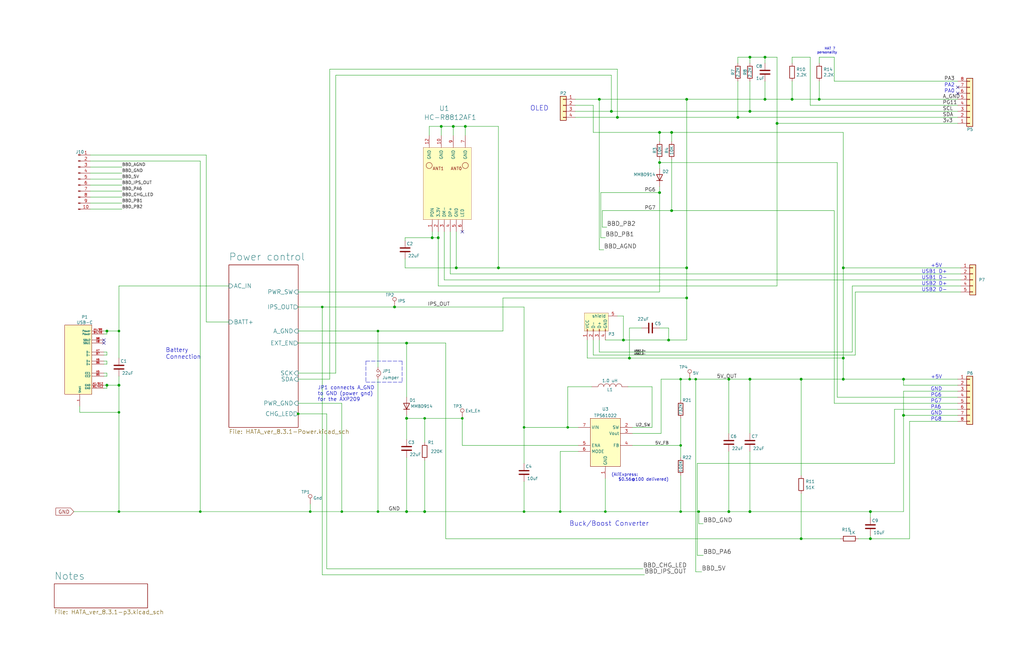
<source format=kicad_sch>
(kicad_sch (version 20211123) (generator eeschema)
  (paper "USLedger")
  (title_block (title "ConnectBox HAT-A") (date "2023-06-08") (rev "8.3.1") (company "ConnectBox") (comment 1 "JRA"))
  (lib_symbols
    (symbol "Connector:Conn_01x10_Male" (pin_names (offset 1.016) hide)
      (property "Reference" "J" (at 0 12.7 0))
      (property "Value" "Conn_01x10_Male" (at 0 -15.24 0))
      (symbol "Conn_01x10_Male_1_1"
        (polyline (pts (xy 1.27 -12.7) (xy 0.8636 -12.7)) (stroke (width 0.1524)))
        (polyline (pts (xy 1.27 -10.16) (xy 0.8636 -10.16)) (stroke (width 0.1524)))
        (polyline (pts (xy 1.27 -7.62) (xy 0.8636 -7.62)) (stroke (width 0.1524)))
        (polyline (pts (xy 1.27 -5.08) (xy 0.8636 -5.08)) (stroke (width 0.1524)))
        (polyline (pts (xy 1.27 -2.54) (xy 0.8636 -2.54)) (stroke (width 0.1524)))
        (polyline (pts (xy 1.27 0) (xy 0.8636 0)) (stroke (width 0.1524)))
        (polyline (pts (xy 1.27 2.54) (xy 0.8636 2.54)) (stroke (width 0.1524)))
        (polyline (pts (xy 1.27 5.08) (xy 0.8636 5.08)) (stroke (width 0.1524)))
        (polyline (pts (xy 1.27 7.62) (xy 0.8636 7.62)) (stroke (width 0.1524)))
        (polyline (pts (xy 1.27 10.16) (xy 0.8636 10.16)) (stroke (width 0.1524)))
        (rectangle (start 0.8636 -12.573) (end 0 -12.827) (stroke (width 0.1524)) (fill (type outline)))
        (rectangle (start 0.8636 -10.033) (end 0 -10.287) (stroke (width 0.1524)) (fill (type outline)))
        (rectangle (start 0.8636 -7.493) (end 0 -7.747) (stroke (width 0.1524)) (fill (type outline)))
        (rectangle (start 0.8636 -4.953) (end 0 -5.207) (stroke (width 0.1524)) (fill (type outline)))
        (rectangle (start 0.8636 -2.413) (end 0 -2.667) (stroke (width 0.1524)) (fill (type outline)))
        (rectangle (start 0.8636 0.127) (end 0 -0.127) (stroke (width 0.1524)) (fill (type outline)))
        (rectangle (start 0.8636 2.667) (end 0 2.413) (stroke (width 0.1524)) (fill (type outline)))
        (rectangle (start 0.8636 5.207) (end 0 4.953) (stroke (width 0.1524)) (fill (type outline)))
        (rectangle (start 0.8636 7.747) (end 0 7.493) (stroke (width 0.1524)) (fill (type outline)))
        (rectangle (start 0.8636 10.287) (end 0 10.033) (stroke (width 0.1524)) (fill (type outline)))
        (pin passive line (at 5.08 10.16 180) (length 3.81) (name "Pin_1") (number "1"))
        (pin passive line (at 5.08 -12.7 180) (length 3.81) (name "Pin_10") (number "10"))
        (pin passive line (at 5.08 7.62 180) (length 3.81) (name "Pin_2") (number "2"))
        (pin passive line (at 5.08 5.08 180) (length 3.81) (name "Pin_3") (number "3"))
        (pin passive line (at 5.08 2.54 180) (length 3.81) (name "Pin_4") (number "4"))
        (pin passive line (at 5.08 0 180) (length 3.81) (name "Pin_5") (number "5"))
        (pin passive line (at 5.08 -2.54 180) (length 3.81) (name "Pin_6") (number "6"))
        (pin passive line (at 5.08 -5.08 180) (length 3.81) (name "Pin_7") (number "7"))
        (pin passive line (at 5.08 -7.62 180) (length 3.81) (name "Pin_8") (number "8"))
        (pin passive line (at 5.08 -10.16 180) (length 3.81) (name "Pin_9") (number "9"))
      )
    )
    (symbol "Connector:TestPoint" (pin_numbers hide) (pin_names (offset 0.762) hide)
      (property "Reference" "TP" (at 0 6.858 0))
      (property "Value" "TestPoint" (at 0 5.08 0))
      (symbol "TestPoint_0_1"
        (circle (center 0 3.302) (radius 0.762))
      )
      (symbol "TestPoint_1_1"
        (pin passive line (at 0 0 90) (length 2.54) (name "1") (number "1"))
      )
    )
    (symbol "Connector_Generic:Conn_01x04" (pin_names (offset 1.016) hide)
      (property "Reference" "J" (at 0 5.08 0))
      (property "Value" "Conn_01x04" (at 0 -7.62 0))
      (symbol "Conn_01x04_1_1"
        (rectangle (start -1.27 -4.953) (end 0 -5.207) (stroke (width 0.1524)))
        (rectangle (start -1.27 -2.413) (end 0 -2.667) (stroke (width 0.1524)))
        (rectangle (start -1.27 0.127) (end 0 -0.127) (stroke (width 0.1524)))
        (rectangle (start -1.27 2.667) (end 0 2.413) (stroke (width 0.1524)))
        (rectangle (start -1.27 3.81) (end 1.27 -6.35) (stroke (width 0.254)) (fill (type background)))
        (pin passive line (at -5.08 2.54 0) (length 3.81) (name "Pin_1") (number "1"))
        (pin passive line (at -5.08 0 0) (length 3.81) (name "Pin_2") (number "2"))
        (pin passive line (at -5.08 -2.54 0) (length 3.81) (name "Pin_3") (number "3"))
        (pin passive line (at -5.08 -5.08 0) (length 3.81) (name "Pin_4") (number "4"))
      )
    )
    (symbol "Connector_Generic:Conn_01x05" (pin_names (offset 1.016) hide)
      (property "Reference" "J" (at 0 7.62 0))
      (property "Value" "Conn_01x05" (at 0 -7.62 0))
      (symbol "Conn_01x05_1_1"
        (rectangle (start -1.27 -4.953) (end 0 -5.207) (stroke (width 0.1524)))
        (rectangle (start -1.27 -2.413) (end 0 -2.667) (stroke (width 0.1524)))
        (rectangle (start -1.27 0.127) (end 0 -0.127) (stroke (width 0.1524)))
        (rectangle (start -1.27 2.667) (end 0 2.413) (stroke (width 0.1524)))
        (rectangle (start -1.27 5.207) (end 0 4.953) (stroke (width 0.1524)))
        (rectangle (start -1.27 6.35) (end 1.27 -6.35) (stroke (width 0.254)) (fill (type background)))
        (pin passive line (at -5.08 5.08 0) (length 3.81) (name "Pin_1") (number "1"))
        (pin passive line (at -5.08 2.54 0) (length 3.81) (name "Pin_2") (number "2"))
        (pin passive line (at -5.08 0 0) (length 3.81) (name "Pin_3") (number "3"))
        (pin passive line (at -5.08 -2.54 0) (length 3.81) (name "Pin_4") (number "4"))
        (pin passive line (at -5.08 -5.08 0) (length 3.81) (name "Pin_5") (number "5"))
      )
    )
    (symbol "Connector_Generic:Conn_01x08" (pin_names (offset 1.016) hide)
      (property "Reference" "J" (at 0 10.16 0))
      (property "Value" "Conn_01x08" (at 0 -12.7 0))
      (symbol "Conn_01x08_1_1"
        (rectangle (start -1.27 -10.033) (end 0 -10.287) (stroke (width 0.1524)))
        (rectangle (start -1.27 -7.493) (end 0 -7.747) (stroke (width 0.1524)))
        (rectangle (start -1.27 -4.953) (end 0 -5.207) (stroke (width 0.1524)))
        (rectangle (start -1.27 -2.413) (end 0 -2.667) (stroke (width 0.1524)))
        (rectangle (start -1.27 0.127) (end 0 -0.127) (stroke (width 0.1524)))
        (rectangle (start -1.27 2.667) (end 0 2.413) (stroke (width 0.1524)))
        (rectangle (start -1.27 5.207) (end 0 4.953) (stroke (width 0.1524)))
        (rectangle (start -1.27 7.747) (end 0 7.493) (stroke (width 0.1524)))
        (rectangle (start -1.27 8.89) (end 1.27 -11.43) (stroke (width 0.254)) (fill (type background)))
        (pin passive line (at -5.08 7.62 0) (length 3.81) (name "Pin_1") (number "1"))
        (pin passive line (at -5.08 5.08 0) (length 3.81) (name "Pin_2") (number "2"))
        (pin passive line (at -5.08 2.54 0) (length 3.81) (name "Pin_3") (number "3"))
        (pin passive line (at -5.08 0 0) (length 3.81) (name "Pin_4") (number "4"))
        (pin passive line (at -5.08 -2.54 0) (length 3.81) (name "Pin_5") (number "5"))
        (pin passive line (at -5.08 -5.08 0) (length 3.81) (name "Pin_6") (number "6"))
        (pin passive line (at -5.08 -7.62 0) (length 3.81) (name "Pin_7") (number "7"))
        (pin passive line (at -5.08 -10.16 0) (length 3.81) (name "Pin_8") (number "8"))
      )
    )
    (symbol "Custom_1:HC-R8812AU2-1" (pin_names (offset 1.016))
      (property "Reference" "U" (at -26.67 19.05 0))
      (property "Value" "HC-R8812AU2-1" (at -33.02 12.7 0))
      (symbol "HC-R8812AU2-1_0_0"
        (text "ANT0" (at -3.81 21.59 0) (effects (font (size 1.27 1.27))))
        (text "ANT1" (at -11.43 21.59 0) (effects (font (size 1.27 1.27))))
      )
      (symbol "HC-R8812AU2-1_0_1"
        (rectangle (start -17.78 0) (end 2.54 30.48) (stroke (width 0.0254)) (fill (type background)))
        (circle (center -15.24 22.86) (radius 1.27))
        (circle (center 0 22.86) (radius 1.27))
      )
      (symbol "HC-R8812AU2-1_1_1"
        (pin input line (at -13.97 -5.08 90) (length 5.08) (name "PDN") (number "1"))
        (pin input line (at -10.16 35.56 270) (length 5.08) (name "GND") (number "10"))
        (pin input line (at -15.24 35.56 270) (length 5.08) (name "GND") (number "12"))
        (pin input line (at -11.43 -5.08 90) (length 5.08) (name "3.3V") (number "2"))
        (pin input line (at -8.89 -5.08 90) (length 5.08) (name "DM-") (number "3"))
        (pin input line (at -6.35 -5.08 90) (length 5.08) (name "DP+") (number "4"))
        (pin input line (at -3.81 -5.08 90) (length 5.08) (name "GND") (number "5"))
        (pin input line (at -1.27 -5.08 90) (length 5.08) (name "LED") (number "6"))
        (pin input line (at 0 35.56 270) (length 5.08) (name "GND") (number "7"))
        (pin input line (at -5.08 35.56 270) (length 5.08) (name "GND") (number "9"))
      )
    )
    (symbol "Custom_1:INDUCTOR-1" (pin_numbers hide) (pin_names (offset 1.016) hide)
      (property "Reference" "L3" (at 0 -1.27 90))
      (property "Value" "INDUCTOR-1" (at 0 2.54 90))
      (symbol "INDUCTOR-1_0_1"
        (arc (start 0.0254 -5.0546) (mid 1.245 -3.7973) (end 0.0254 -2.54))
        (arc (start 0.0254 -2.5146) (mid 1.2704 -1.2319) (end 0.0254 0.0508))
        (arc (start 0.0254 0.0254) (mid 1.2704 1.3081) (end 0.0254 2.5908))
        (arc (start 0.0254 2.5654) (mid 1.1942 3.7719) (end 0.0254 4.9784))
      )
      (symbol "INDUCTOR-1_1_1"
        (pin passive line (at 0 7.62 270) (length 2.54) (name "1") (number "1"))
        (pin passive line (at 0 -7.62 90) (length 2.54) (name "2") (number "2"))
      )
    )
    (symbol "Custom_1:Jumper" (pin_numbers hide) (pin_names hide)
      (property "Reference" "JP?" (at 1.27 0 0))
      (property "Value" "Jumper" (at 0 -2.54 0))
      (symbol "Jumper_0_1"
        (circle (center -1.016 2.54) (radius 0.508))
        (circle (center 1.016 2.54) (radius 0.508))
        (arc (start 1.016 3.302) (mid 0 3.7228) (end -1.016 3.302))
        (pin passive line (at -2.54 2.54 0) (length 1.016) (name "1") (number "1"))
        (pin passive line (at 2.54 2.54 180) (length 1.016) (name "2") (number "2"))
      )
    )
    (symbol "Custom_1:TPS61022"
      (property "Reference" "U" (at -7.62 13.97 0))
      (property "Value" "TPS61022" (at 10.16 -12.7 0))
      (symbol "TPS61022_0_1"
        (rectangle (start -6.35 10.16) (end 6.35 -10.16) (stroke (width 0.1524)) (fill (type background)))
      )
      (symbol "TPS61022_1_1"
        (pin input line (at 0 -15.24 90) (length 5.08) (name "GND") (number "1"))
        (pin input line (at 11.43 6.35 180) (length 5.08) (name "SW") (number "2"))
        (pin input line (at 11.43 3.81 180) (length 5.08) (name "Vout") (number "3"))
        (pin input line (at 11.43 -1.27 180) (length 5.08) (name "FB") (number "4"))
        (pin input line (at -11.43 -1.27 0) (length 5.08) (name "ENA") (number "5"))
        (pin input line (at -11.43 -3.81 0) (length 5.08) (name "MODE") (number "6"))
        (pin input line (at -11.43 6.35 0) (length 5.08) (name "VIN") (number "7"))
      )
    )
    (symbol "Custom_1:USB-C"
      (property "Reference" "P" (at -2.54 17.78 0))
      (property "Value" "USB-C" (at -10.16 -7.62 0))
      (symbol "USB-C_0_1"
        (rectangle (start -5.08 16.51) (end 6.35 -12.7) (stroke (width 0.1524)) (fill (type background)))
      )
      (symbol "USB-C_1_1"
        (pin input line (at 1.27 -17.78 90) (length 5.08) (name "Shell") (number "1"))
        (pin input line (at 11.43 -8.89 180) (length 5.08) (name "GND") (number "A1/B12"))
        (pin input line (at 11.43 13.97 180) (length 5.08) (name "Power") (number "A4/B9"))
        (pin input line (at 11.43 -3.81 180) (length 5.08) (name "CC1") (number "A5"))
        (pin input line (at 11.43 1.27 180) (length 5.08) (name "D+") (number "A6"))
        (pin input line (at 11.43 5.08 180) (length 5.08) (name "D-") (number "A7"))
        (pin input line (at 11.43 8.89 180) (length 5.08) (name "SBU1") (number "A8"))
        (pin input line (at 11.43 -10.16 180) (length 5.08) (name "GND") (number "B1/A12"))
        (pin input line (at 11.43 12.7 180) (length 5.08) (name "Power") (number "B4/A9"))
        (pin input line (at 11.43 -5.08 180) (length 5.08) (name "CC2") (number "B5"))
        (pin input line (at 11.43 0 180) (length 5.08) (name "D+") (number "B6"))
        (pin input line (at 11.43 3.81 180) (length 5.08) (name "D-") (number "B7"))
        (pin input line (at 11.43 10.16 180) (length 5.08) (name "SBU2") (number "B8"))
      )
    )
    (symbol "Custom_1:USB_A_1" (pin_names (offset 1.016))
      (property "Reference" "P" (at 5.08 -5.08 0))
      (property "Value" "USB_A_1" (at -1.27 5.08 0))
      (symbol "USB_A_1_0_1"
        (rectangle (start -6.35 -3.81) (end 3.81 3.81) (stroke (width 0.0254)) (fill (type background)))
        (rectangle (start -5.207 -3.81) (end -4.953 -3.048))
        (rectangle (start -2.667 -3.81) (end -2.413 -3.048))
        (rectangle (start -0.127 -3.81) (end 0.127 -3.048))
        (rectangle (start 2.413 -3.81) (end 2.667 -3.048))
      )
      (symbol "USB_A_1_1_1"
        (pin input line (at -5.08 -7.62 90) (length 3.81) (name "VCC") (number "1"))
        (pin passive line (at -2.54 -7.62 90) (length 3.81) (name "D-") (number "2"))
        (pin passive line (at 0 -7.62 90) (length 3.81) (name "D+") (number "3"))
        (pin input line (at 2.54 -7.62 90) (length 3.81) (name "GND") (number "4"))
        (pin passive line (at 7.62 2.54 180) (length 3.81) (name "shield") (number "5"))
      )
    )
    (symbol "Device:C" (pin_numbers hide) (pin_names (offset 0.254))
      (property "Reference" "C" (at 0.635 2.54 0))
      (property "Value" "C" (at 0.635 -2.54 0))
      (symbol "C_0_1"
        (polyline (pts (xy -2.032 -0.762) (xy 2.032 -0.762)) (stroke (width 0.508)))
        (polyline (pts (xy -2.032 0.762) (xy 2.032 0.762)) (stroke (width 0.508)))
      )
      (symbol "C_1_1"
        (pin passive line (at 0 3.81 270) (length 2.794) (name "~") (number "1"))
        (pin passive line (at 0 -3.81 90) (length 2.794) (name "~") (number "2"))
      )
    )
    (symbol "Device:R" (pin_numbers hide) (pin_names (offset 0))
      (property "Reference" "R" (at 2.032 0 90))
      (property "Value" "R" (at 0 0 90))
      (symbol "R_0_1"
        (rectangle (start -1.016 -2.54) (end 1.016 2.54) (stroke (width 0.254)))
      )
      (symbol "R_1_1"
        (pin passive line (at 0 3.81 270) (length 1.27) (name "~") (number "1"))
        (pin passive line (at 0 -3.81 90) (length 1.27) (name "~") (number "2"))
      )
    )
    (symbol "Diode:1N914" (pin_numbers hide) (pin_names (offset 1.016) hide)
      (property "Reference" "D" (at 0 2.54 0))
      (property "Value" "1N914" (at 0 -2.54 0))
      (symbol "1N914_0_1"
        (polyline (pts (xy -1.27 1.27) (xy -1.27 -1.27)) (stroke (width 0.254)))
        (polyline (pts (xy 1.27 0) (xy -1.27 0)))
        (polyline (pts (xy 1.27 1.27) (xy 1.27 -1.27) (xy -1.27 0) (xy 1.27 1.27)) (stroke (width 0.254)))
      )
      (symbol "1N914_1_1"
        (pin passive line (at -3.81 0 0) (length 2.54) (name "K") (number "1"))
        (pin passive line (at 3.81 0 180) (length 2.54) (name "A") (number "2"))
      )
    )
  )
  (junction (at 316.23 46.99) (diameter 1.016))
  (junction (at 367.03 227.33) (diameter 1.016))
  (junction (at 45.085 139.7) (diameter 1.016))
  (junction (at 265.43 151.13) (diameter 1.016))
  (junction (at 307.34 215.9) (diameter 1.016))
  (junction (at 278.13 68.58) (diameter 1.016))
  (junction (at 334.01 41.91) (diameter 1.016))
  (junction (at 283.21 88.9) (diameter 1.016))
  (junction (at 171.45 215.9) (diameter 1.016))
  (junction (at 50.165 215.9))
  (junction (at 220.98 180.34))
  (junction (at 287.02 215.9))
  (junction (at 260.35 49.53) (diameter 1.016))
  (junction (at 125.73 174.625))
  (junction (at 159.385 139.7))
  (junction (at 184.785 100.33) (diameter 1.016))
  (junction (at 337.82 227.33) (diameter 1.016))
  (junction (at 210.185 113.03) (diameter 1.016))
  (junction (at 192.405 113.03) (diameter 1.016))
  (junction (at 45.085 162.56) (diameter 1.016))
  (junction (at 50.165 162.56) (diameter 1.016))
  (junction (at 171.45 176.53) (diameter 1.016))
  (junction (at 182.245 100.33) (diameter 1.016))
  (junction (at 84.455 215.9))
  (junction (at 322.58 41.91) (diameter 1.016))
  (junction (at 355.6 113.03) (diameter 1.016))
  (junction (at 239.395 180.34))
  (junction (at 262.89 143.51) (diameter 1.016))
  (junction (at 144.145 215.9))
  (junction (at 171.45 144.78) (diameter 1.016))
  (junction (at 278.13 81.28) (diameter 1.016))
  (junction (at 355.6 151.13) (diameter 1.016))
  (junction (at 135.89 129.54))
  (junction (at 316.23 24.13) (diameter 1.016))
  (junction (at 283.21 55.88) (diameter 1.016))
  (junction (at 130.81 215.9))
  (junction (at 367.03 215.9) (diameter 1.016))
  (junction (at 307.34 160.02) (diameter 1.016))
  (junction (at 293.37 160.02))
  (junction (at 186.055 53.34) (diameter 1.016))
  (junction (at 196.215 53.34) (diameter 1.016))
  (junction (at 281.94 143.51) (diameter 1.016))
  (junction (at 311.15 49.53) (diameter 1.016))
  (junction (at 252.73 41.91) (diameter 1.016))
  (junction (at 50.165 173.99))
  (junction (at 278.13 55.88) (diameter 1.016))
  (junction (at 294.64 215.9))
  (junction (at 327.66 52.07) (diameter 1.016))
  (junction (at 236.22 215.9))
  (junction (at 166.37 129.54) (diameter 1.016))
  (junction (at 322.58 24.13) (diameter 1.016))
  (junction (at 220.98 215.9))
  (junction (at 179.07 176.53))
  (junction (at 179.07 215.9) (diameter 1.016))
  (junction (at 289.56 41.91) (diameter 1.016))
  (junction (at 289.56 125.73) (diameter 1.016))
  (junction (at 355.6 160.02) (diameter 1.016))
  (junction (at 316.23 215.9) (diameter 1.016))
  (junction (at 337.82 160.02) (diameter 1.016))
  (junction (at 255.27 215.9))
  (junction (at 191.135 53.34) (diameter 1.016))
  (junction (at 289.56 113.03) (diameter 1.016))
  (junction (at 345.44 41.91) (diameter 1.016))
  (junction (at 381 160.02) (diameter 1.016))
  (junction (at 159.385 215.9))
  (junction (at 316.23 160.02) (diameter 1.016))
  (junction (at 287.02 187.96))
  (junction (at 290.83 160.02))
  (junction (at 257.81 46.99) (diameter 1.016))
  (junction (at 194.945 176.53))
  (junction (at 50.165 139.7))
  (junction (at 381 175.26) (diameter 1.016))
  (junction (at 287.02 160.02))
  (no_connect (at 403.86 36.83))
  (no_connect (at 403.86 39.37))
  (no_connect (at 43.815 144.78))
  (no_connect (at 194.945 97.79))
  (no_connect (at 43.815 143.51))
  (wire (pts (xy 316.23 215.9) (xy 307.34 215.9)))
  (wire (pts (xy 179.07 186.69) (xy 179.07 176.53)))
  (wire (pts (xy 45.085 140.97) (xy 45.085 139.7)))
  (wire (pts (xy 249.555 163.195) (xy 239.395 163.195)))
  (wire (pts (xy 135.89 242.57) (xy 271.78 242.57)))
  (wire (pts (xy 381 165.1) (xy 381 175.26)))
  (wire (pts (xy 125.73 144.78) (xy 171.45 144.78)))
  (wire (pts (xy 257.81 46.99) (xy 316.23 46.99)))
  (wire (pts (xy 38.1 70.485) (xy 51.435 70.485)))
  (wire (pts (xy 182.245 97.79) (xy 182.245 100.33)))
  (wire (pts (xy 278.13 78.74) (xy 278.13 81.28)))
  (wire (pts (xy 250.19 149.86) (xy 360.68 149.86)))
  (wire (pts (xy 252.73 148.59) (xy 359.41 148.59)))
  (wire (pts (xy 184.785 120.65) (xy 327.66 120.65)))
  (wire (pts (xy 327.66 52.07) (xy 327.66 120.65)))
  (wire (pts (xy 171.45 144.78) (xy 171.45 167.64)))
  (wire (pts (xy 43.815 153.67) (xy 45.085 153.67)))
  (wire (pts (xy 242.57 41.91) (xy 252.73 41.91)))
  (wire (pts (xy 265.43 138.43) (xy 265.43 151.13)))
  (wire (pts (xy 254 95.885) (xy 255.905 95.885)))
  (wire (pts (xy 159.385 139.7) (xy 159.385 154.94)))
  (wire (pts (xy 311.15 24.13) (xy 316.23 24.13)))
  (wire (pts (xy 322.58 24.13) (xy 322.58 26.67)))
  (polyline (pts (xy 154.305 152.4) (xy 154.305 161.29)) (stroke (width 0) (type dash)))
  (wire (pts (xy 289.56 113.03) (xy 289.56 125.73)))
  (wire (pts (xy 278.765 160.02) (xy 278.765 182.88)))
  (wire (pts (xy 254 88.9) (xy 254 95.885)))
  (wire (pts (xy 187.325 118.11) (xy 405.13 118.11)))
  (wire (pts (xy 265.43 138.43) (xy 270.51 138.43)))
  (wire (pts (xy 179.07 194.31) (xy 179.07 215.9)))
  (wire (pts (xy 355.6 113.03) (xy 405.13 113.03)))
  (wire (pts (xy 311.15 49.53) (xy 311.15 34.29)))
  (wire (pts (xy 289.56 41.91) (xy 289.56 113.03)))
  (wire (pts (xy 191.135 53.34) (xy 196.215 53.34)))
  (wire (pts (xy 294.005 195.58) (xy 294.005 234.315)))
  (wire (pts (xy 179.07 215.9) (xy 171.45 215.9)))
  (wire (pts (xy 287.02 160.02) (xy 290.83 160.02)))
  (wire (pts (xy 293.37 160.02) (xy 307.34 160.02)))
  (wire (pts (xy 311.15 24.13) (xy 311.15 26.67)))
  (wire (pts (xy 278.13 81.28) (xy 278.13 123.19)))
  (wire (pts (xy 220.98 215.9) (xy 236.22 215.9)))
  (wire (pts (xy 186.055 57.15) (xy 186.055 53.34)))
  (wire (pts (xy 355.6 151.13) (xy 355.6 160.02)))
  (wire (pts (xy 187.96 144.78) (xy 187.96 227.33)))
  (wire (pts (xy 337.82 227.33) (xy 187.96 227.33)))
  (wire (pts (xy 186.055 53.34) (xy 191.135 53.34)))
  (polyline (pts (xy 154.305 152.4) (xy 169.545 152.4)) (stroke (width 0) (type dash)))
  (wire (pts (xy 360.68 123.19) (xy 405.13 123.19)))
  (wire (pts (xy 360.68 149.86) (xy 360.68 123.19)))
  (wire (pts (xy 125.73 129.54) (xy 135.89 129.54)))
  (wire (pts (xy 253.365 81.28) (xy 278.13 81.28)))
  (wire (pts (xy 287.02 200.66) (xy 287.02 215.9)))
  (wire (pts (xy 50.165 120.65) (xy 50.165 139.7)))
  (wire (pts (xy 307.34 160.02) (xy 307.34 182.88)))
  (wire (pts (xy 38.1 83.185) (xy 51.435 83.185)))
  (wire (pts (xy 274.955 163.195) (xy 264.795 163.195)))
  (wire (pts (xy 283.21 67.31) (xy 283.21 88.9)))
  (wire (pts (xy 179.07 215.9) (xy 220.98 215.9)))
  (wire (pts (xy 403.86 162.56) (xy 381 162.56)))
  (wire (pts (xy 334.01 24.13) (xy 341.63 24.13)))
  (wire (pts (xy 266.7 187.96) (xy 287.02 187.96)))
  (wire (pts (xy 274.955 180.34) (xy 274.955 163.195)))
  (wire (pts (xy 250.19 44.45) (xy 242.57 44.45)))
  (wire (pts (xy 355.6 113.03) (xy 355.6 151.13)))
  (wire (pts (xy 278.13 67.31) (xy 278.13 68.58)))
  (wire (pts (xy 239.395 180.34) (xy 243.84 180.34)))
  (wire (pts (xy 316.23 46.99) (xy 403.86 46.99)))
  (wire (pts (xy 316.23 160.02) (xy 316.23 182.88)))
  (wire (pts (xy 351.79 88.9) (xy 351.79 170.18)))
  (wire (pts (xy 405.13 120.65) (xy 359.41 120.65)))
  (wire (pts (xy 252.73 41.91) (xy 252.73 105.41)))
  (wire (pts (xy 278.13 138.43) (xy 281.94 138.43)))
  (wire (pts (xy 86.995 65.405) (xy 86.995 135.89)))
  (wire (pts (xy 296.545 220.98) (xy 294.64 220.98)))
  (wire (pts (xy 265.43 151.13) (xy 355.6 151.13)))
  (wire (pts (xy 50.165 162.56) (xy 50.165 173.99)))
  (wire (pts (xy 283.21 88.9) (xy 351.79 88.9)))
  (wire (pts (xy 212.09 125.73) (xy 289.56 125.73)))
  (wire (pts (xy 125.73 170.18) (xy 144.145 170.18)))
  (wire (pts (xy 50.165 173.99) (xy 50.165 215.9)))
  (wire (pts (xy 322.58 34.29) (xy 322.58 41.91)))
  (wire (pts (xy 252.73 41.91) (xy 289.56 41.91)))
  (wire (pts (xy 289.56 41.91) (xy 322.58 41.91)))
  (wire (pts (xy 43.815 163.83) (xy 45.085 163.83)))
  (wire (pts (xy 287.02 176.53) (xy 287.02 187.96)))
  (wire (pts (xy 260.35 49.53) (xy 311.15 49.53)))
  (wire (pts (xy 135.89 129.54) (xy 135.89 242.57)))
  (wire (pts (xy 194.945 187.96) (xy 194.945 176.53)))
  (wire (pts (xy 316.23 24.13) (xy 322.58 24.13)))
  (wire (pts (xy 137.795 240.03) (xy 271.145 240.03)))
  (wire (pts (xy 125.73 123.19) (xy 278.13 123.19)))
  (wire (pts (xy 171.45 185.42) (xy 171.45 176.53)))
  (wire (pts (xy 125.095 174.625) (xy 125.73 174.625)))
  (wire (pts (xy 337.82 160.02) (xy 355.6 160.02)))
  (wire (pts (xy 50.165 139.7) (xy 50.165 151.13)))
  (wire (pts (xy 294.005 195.58) (xy 377.19 195.58)))
  (wire (pts (xy 144.145 215.9) (xy 159.385 215.9)))
  (wire (pts (xy 45.085 157.48) (xy 43.815 157.48)))
  (wire (pts (xy 381 215.9) (xy 367.03 215.9)))
  (wire (pts (xy 192.405 113.03) (xy 210.185 113.03)))
  (wire (pts (xy 45.085 157.48) (xy 45.085 158.75)))
  (wire (pts (xy 45.085 149.86) (xy 45.085 148.59)))
  (wire (pts (xy 354.33 227.33) (xy 337.82 227.33)))
  (wire (pts (xy 43.815 149.86) (xy 45.085 149.86)))
  (wire (pts (xy 236.22 190.5) (xy 243.84 190.5)))
  (wire (pts (xy 250.19 55.88) (xy 250.19 44.45)))
  (wire (pts (xy 255.27 201.93) (xy 255.27 215.9)))
  (wire (pts (xy 171.45 176.53) (xy 179.07 176.53)))
  (wire (pts (xy 381 162.56) (xy 381 160.02)))
  (wire (pts (xy 38.1 78.105) (xy 51.435 78.105)))
  (wire (pts (xy 250.19 55.88) (xy 278.13 55.88)))
  (wire (pts (xy 294.64 215.9) (xy 307.34 215.9)))
  (wire (pts (xy 260.35 133.35) (xy 262.89 133.35)))
  (wire (pts (xy 262.89 133.35) (xy 262.89 143.51)))
  (wire (pts (xy 255.27 143.51) (xy 262.89 143.51)))
  (wire (pts (xy 262.89 143.51) (xy 281.94 143.51)))
  (wire (pts (xy 38.1 67.945) (xy 84.455 67.945)))
  (wire (pts (xy 84.455 67.945) (xy 84.455 215.9)))
  (wire (pts (xy 159.385 160.02) (xy 159.385 215.9)))
  (wire (pts (xy 170.815 100.33) (xy 182.245 100.33)))
  (wire (pts (xy 170.815 101.6) (xy 170.815 100.33)))
  (wire (pts (xy 192.405 97.79) (xy 192.405 113.03)))
  (wire (pts (xy 278.13 68.58) (xy 353.06 68.58)))
  (wire (pts (xy 353.06 68.58) (xy 353.06 167.64)))
  (wire (pts (xy 242.57 46.99) (xy 257.81 46.99)))
  (wire (pts (xy 43.815 148.59) (xy 45.085 148.59)))
  (wire (pts (xy 125.73 174.625) (xy 137.795 174.625)))
  (wire (pts (xy 255.27 215.9) (xy 287.02 215.9)))
  (wire (pts (xy 236.22 190.5) (xy 236.22 215.9)))
  (wire (pts (xy 316.23 160.02) (xy 337.82 160.02)))
  (wire (pts (xy 334.01 41.91) (xy 345.44 41.91)))
  (wire (pts (xy 345.44 41.91) (xy 403.86 41.91)))
  (wire (pts (xy 278.13 55.88) (xy 283.21 55.88)))
  (wire (pts (xy 130.81 212.725) (xy 130.81 215.9)))
  (wire (pts (xy 278.765 182.88) (xy 266.7 182.88)))
  (wire (pts (xy 307.34 215.9) (xy 307.34 190.5)))
  (wire (pts (xy 130.81 215.9) (xy 144.145 215.9)))
  (wire (pts (xy 381 175.26) (xy 381 215.9)))
  (polyline (pts (xy 169.545 152.4) (xy 169.545 161.29)) (stroke (width 0) (type dash)))
  (wire (pts (xy 38.1 73.025) (xy 51.435 73.025)))
  (wire (pts (xy 260.35 29.21) (xy 260.35 49.53)))
  (wire (pts (xy 135.89 129.54) (xy 166.37 129.54)))
  (wire (pts (xy 220.98 129.54) (xy 220.98 180.34)))
  (wire (pts (xy 191.135 57.15) (xy 191.135 53.34)))
  (wire (pts (xy 31.115 215.9) (xy 50.165 215.9)))
  (wire (pts (xy 247.65 151.13) (xy 265.43 151.13)))
  (wire (pts (xy 159.385 215.9) (xy 171.45 215.9)))
  (wire (pts (xy 322.58 24.13) (xy 327.66 24.13)))
  (wire (pts (xy 247.65 143.51) (xy 247.65 151.13)))
  (wire (pts (xy 327.66 24.13) (xy 327.66 52.07)))
  (wire (pts (xy 38.1 65.405) (xy 86.995 65.405)))
  (wire (pts (xy 367.03 226.06) (xy 367.03 227.33)))
  (wire (pts (xy 383.54 177.8) (xy 403.86 177.8)))
  (wire (pts (xy 281.94 143.51) (xy 289.56 143.51)))
  (wire (pts (xy 383.54 227.33) (xy 383.54 177.8)))
  (wire (pts (xy 353.06 167.64) (xy 403.86 167.64)))
  (wire (pts (xy 171.45 175.26) (xy 171.45 176.53)))
  (wire (pts (xy 125.73 139.7) (xy 159.385 139.7)))
  (wire (pts (xy 287.02 215.9) (xy 294.64 215.9)))
  (wire (pts (xy 403.86 175.26) (xy 381 175.26)))
  (wire (pts (xy 236.22 215.9) (xy 255.27 215.9)))
  (wire (pts (xy 84.455 215.9) (xy 130.81 215.9)))
  (wire (pts (xy 220.98 203.2) (xy 220.98 215.9)))
  (wire (pts (xy 139.065 160.02) (xy 125.73 160.02)))
  (wire (pts (xy 180.975 53.34) (xy 186.055 53.34)))
  (wire (pts (xy 182.245 100.33) (xy 184.785 100.33)))
  (wire (pts (xy 252.73 105.41) (xy 254.635 105.41)))
  (wire (pts (xy 33.655 173.99) (xy 50.165 173.99)))
  (wire (pts (xy 33.655 171.45) (xy 33.655 173.99)))
  (wire (pts (xy 141.605 31.75) (xy 257.81 31.75)))
  (wire (pts (xy 287.02 187.96) (xy 287.02 193.04)))
  (wire (pts (xy 351.79 170.18) (xy 403.86 170.18)))
  (wire (pts (xy 278.765 160.02) (xy 287.02 160.02)))
  (wire (pts (xy 316.23 46.99) (xy 316.23 34.29)))
  (wire (pts (xy 381 165.1) (xy 403.86 165.1)))
  (wire (pts (xy 287.02 160.02) (xy 287.02 168.91)))
  (wire (pts (xy 180.975 57.15) (xy 180.975 53.34)))
  (wire (pts (xy 189.865 115.57) (xy 405.13 115.57)))
  (wire (pts (xy 278.13 68.58) (xy 278.13 71.12)))
  (polyline (pts (xy 154.305 161.29) (xy 169.545 161.29)) (stroke (width 0) (type dash)))
  (wire (pts (xy 242.57 49.53) (xy 260.35 49.53)))
  (wire (pts (xy 43.815 162.56) (xy 45.085 162.56)))
  (wire (pts (xy 341.63 44.45) (xy 403.86 44.45)))
  (wire (pts (xy 45.085 152.4) (xy 43.815 152.4)))
  (wire (pts (xy 266.7 180.34) (xy 274.955 180.34)))
  (wire (pts (xy 327.66 52.07) (xy 403.86 52.07)))
  (wire (pts (xy 170.815 109.22) (xy 170.815 113.03)))
  (wire (pts (xy 45.085 162.56) (xy 50.165 162.56)))
  (wire (pts (xy 367.03 218.44) (xy 367.03 215.9)))
  (wire (pts (xy 295.91 241.3) (xy 293.37 241.3)))
  (wire (pts (xy 139.065 29.21) (xy 260.35 29.21)))
  (wire (pts (xy 316.23 215.9) (xy 367.03 215.9)))
  (wire (pts (xy 361.95 227.33) (xy 367.03 227.33)))
  (wire (pts (xy 220.98 180.34) (xy 239.395 180.34)))
  (wire (pts (xy 316.23 24.13) (xy 316.23 26.67)))
  (wire (pts (xy 355.6 160.02) (xy 381 160.02)))
  (wire (pts (xy 381 160.02) (xy 403.86 160.02)))
  (wire (pts (xy 45.085 153.67) (xy 45.085 152.4)))
  (wire (pts (xy 196.215 53.34) (xy 210.185 53.34)))
  (wire (pts (xy 212.09 125.73) (xy 212.09 139.7)))
  (wire (pts (xy 278.13 59.69) (xy 278.13 55.88)))
  (wire (pts (xy 184.785 100.33) (xy 184.785 120.65)))
  (wire (pts (xy 50.165 158.75) (xy 50.165 162.56)))
  (wire (pts (xy 253.365 100.33) (xy 255.27 100.33)))
  (wire (pts (xy 334.01 34.29) (xy 334.01 41.91)))
  (wire (pts (xy 337.82 208.28) (xy 337.82 227.33)))
  (wire (pts (xy 377.19 172.72) (xy 403.86 172.72)))
  (wire (pts (xy 334.01 26.67) (xy 334.01 24.13)))
  (wire (pts (xy 86.995 135.89) (xy 96.52 135.89)))
  (wire (pts (xy 252.73 148.59) (xy 252.73 143.51)))
  (wire (pts (xy 377.19 172.72) (xy 377.19 195.58)))
  (wire (pts (xy 283.21 55.88) (xy 355.6 55.88)))
  (wire (pts (xy 96.52 120.65) (xy 50.165 120.65)))
  (wire (pts (xy 294.005 234.315) (xy 296.545 234.315)))
  (wire (pts (xy 220.98 180.34) (xy 220.98 195.58)))
  (wire (pts (xy 50.165 215.9) (xy 84.455 215.9)))
  (wire (pts (xy 316.23 215.9) (xy 316.23 190.5)))
  (wire (pts (xy 257.81 31.75) (xy 257.81 46.99)))
  (wire (pts (xy 38.1 85.725) (xy 51.435 85.725)))
  (wire (pts (xy 294.64 215.9) (xy 294.64 220.98)))
  (wire (pts (xy 351.79 34.29) (xy 403.86 34.29)))
  (wire (pts (xy 367.03 227.33) (xy 383.54 227.33)))
  (wire (pts (xy 290.83 160.02) (xy 293.37 160.02)))
  (wire (pts (xy 141.605 157.48) (xy 125.73 157.48)))
  (wire (pts (xy 254 88.9) (xy 283.21 88.9)))
  (wire (pts (xy 166.37 129.54) (xy 220.98 129.54)))
  (wire (pts (xy 43.815 139.7) (xy 45.085 139.7)) (stroke (width 0.1524)))
  (wire (pts (xy 293.37 160.02) (xy 293.37 241.3)))
  (wire (pts (xy 171.45 193.04) (xy 171.45 215.9)))
  (wire (pts (xy 283.21 59.69) (xy 283.21 55.88)))
  (wire (pts (xy 337.82 200.66) (xy 337.82 160.02)))
  (wire (pts (xy 239.395 163.195) (xy 239.395 180.34)))
  (wire (pts (xy 137.795 174.625) (xy 137.795 240.03)))
  (wire (pts (xy 141.605 31.75) (xy 141.605 157.48)))
  (wire (pts (xy 38.1 80.645) (xy 51.435 80.645)))
  (wire (pts (xy 307.34 160.02) (xy 316.23 160.02)))
  (wire (pts (xy 322.58 41.91) (xy 334.01 41.91)))
  (wire (pts (xy 45.085 163.83) (xy 45.085 162.56)))
  (wire (pts (xy 281.94 138.43) (xy 281.94 143.51)))
  (wire (pts (xy 187.325 97.79) (xy 187.325 118.11)))
  (wire (pts (xy 355.6 55.88) (xy 355.6 113.03)))
  (wire (pts (xy 38.1 75.565) (xy 51.435 75.565)))
  (wire (pts (xy 210.185 53.34) (xy 210.185 113.03)))
  (wire (pts (xy 359.41 120.65) (xy 359.41 148.59)))
  (wire (pts (xy 345.44 34.29) (xy 345.44 41.91)))
  (wire (pts (xy 289.56 125.73) (xy 289.56 143.51)))
  (wire (pts (xy 253.365 81.28) (xy 253.365 100.33)))
  (wire (pts (xy 43.815 140.97) (xy 45.085 140.97)))
  (wire (pts (xy 38.1 88.265) (xy 51.435 88.265)))
  (wire (pts (xy 194.945 176.53) (xy 179.07 176.53)))
  (wire (pts (xy 345.44 24.13) (xy 351.79 24.13)))
  (wire (pts (xy 345.44 26.67) (xy 345.44 24.13)))
  (wire (pts (xy 351.79 24.13) (xy 351.79 34.29)))
  (wire (pts (xy 184.785 97.79) (xy 184.785 100.33)))
  (wire (pts (xy 144.145 170.18) (xy 144.145 215.9)))
  (wire (pts (xy 311.15 49.53) (xy 403.86 49.53)))
  (wire (pts (xy 139.065 29.21) (xy 139.065 160.02)))
  (wire (pts (xy 194.945 187.96) (xy 243.84 187.96)))
  (wire (pts (xy 189.865 97.79) (xy 189.865 115.57)))
  (wire (pts (xy 170.815 113.03) (xy 192.405 113.03)))
  (wire (pts (xy 45.085 139.7) (xy 50.165 139.7)))
  (wire (pts (xy 159.385 139.7) (xy 212.09 139.7)))
  (wire (pts (xy 171.45 144.78) (xy 187.96 144.78)))
  (wire (pts (xy 250.19 143.51) (xy 250.19 149.86)))
  (wire (pts (xy 45.085 158.75) (xy 43.815 158.75)))
  (wire (pts (xy 210.185 113.03) (xy 289.56 113.03)))
  (wire (pts (xy 196.215 53.34) (xy 196.215 57.15)))
  (wire (pts (xy 341.63 24.13) (xy 341.63 44.45)))
  (text "USB2 D-" (at 388.62 123.19 0) (effects (font (size 1.524 1.524)) (justify left bottom)))
  (text "Battery \nConnection" (at 69.85 151.765 0) (effects (font (size 1.778 1.778)) (justify left bottom)))
  (text "USB2 D+" (at 388.62 120.65 0) (effects (font (size 1.524 1.524)) (justify left bottom)))
  (text "OLED" (at 223.52 46.99 0) (effects (font (size 2.032 2.032)) (justify left bottom)))
  (text "PA2" (at 402.59 36.83 180) (effects (font (size 1.524 1.524)) (justify right bottom)))
  (text "+5V" (at 392.43 113.03 0) (effects (font (size 1.524 1.524)) (justify left bottom)))
  (text "USB1 D+" (at 388.62 115.57 0) (effects (font (size 1.524 1.524)) (justify left bottom)))
  (text "+5V" (at 392.43 160.02 0) (effects (font (size 1.524 1.524)) (justify left bottom)))
  (text "PG6" (at 392.43 167.64 0) (effects (font (size 1.524 1.524)) (justify left bottom)))
  (text "USB1 D-" (at 388.62 118.11 0) (effects (font (size 1.524 1.524)) (justify left bottom)))
  (text "(AliExpress: \n   $0.56@100 delivered)" (at 257.81 203.2 0) (effects (font (size 1.27 1.27)) (justify left bottom)))
  (text "Buck/Boost Converter" (at 240.03 222.25 0) (effects (font (size 2.0066 2.0066)) (justify left bottom)))
  (text "PG8" (at 392.43 177.8 0) (effects (font (size 1.524 1.524)) (justify left bottom)))
  (text "GND" (at 392.43 175.26 0) (effects (font (size 1.524 1.524)) (justify left bottom)))
  (text "PA0" (at 402.59 39.37 180) (effects (font (size 1.524 1.524)) (justify right bottom)))
  (text "PA6" (at 392.43 172.72 0) (effects (font (size 1.524 1.524)) (justify left bottom)))
  (text "GND" (at 392.43 165.1 0) (effects (font (size 1.524 1.524)) (justify left bottom)))
  (text "PG7" (at 392.43 170.18 0) (effects (font (size 1.524 1.524)) (justify left bottom)))
  (text "HAT 7 \npersonality" (at 353.06 22.86 180) (effects (font (size 1.016 1.016)) (justify right bottom)))
  (text "JP1 connects A_GND\nto GND (power gnd)\nfor the AXP209 " (at 133.985 169.545 0) (effects (font (size 1.524 1.524)) (justify left bottom)))
  (label "5V_OUT" (at 302.26 160.02 0) (effects (font (size 1.524 1.524))))
  (label "5V_FB" (at 276.225 187.96 0))
  (label "U2_SW" (at 267.97 180.34 0))
  (label "BBD_AGND" (at 51.435 70.485 0))
  (label "A_GND" (at 397.51 41.91 0) (effects (font (size 1.524 1.524))))
  (label "BBD_IPS_OUT" (at 51.435 78.105 0))
  (label "PG11" (at 397.51 44.45 0) (effects (font (size 1.524 1.524))))
  (label "PG7" (at 271.78 88.9 0) (effects (font (size 1.524 1.524))))
  (label "USB2_D-" (at 267.335 149.86 0) (effects (font (size 0.7 0.7))))
  (label "USB2_D+" (at 267.335 148.59 0) (effects (font (size 0.7 0.7))))
  (label "BBD_PA6" (at 51.435 80.645 0))
  (label "BBD_PB1" (at 255.27 100.33 0) (effects (font (size 1.778 1.778))))
  (label "BBD_5V" (at 51.435 75.565 0))
  (label "BBD_GND" (at 51.435 73.025 0))
  (label "BBD_IPS_OUT" (at 271.78 242.57 0) (effects (font (size 1.778 1.778))))
  (label "BBD_PB2" (at 51.435 88.265 0))
  (label "BBD_5V" (at 295.91 241.3 0) (effects (font (size 1.778 1.778))))
  (label "BBD_AGND" (at 254.635 105.41 0) (effects (font (size 1.778 1.778))))
  (label "PG6" (at 271.78 81.28 0) (effects (font (size 1.524 1.524))))
  (label "BBD_GND" (at 296.545 220.98 0) (effects (font (size 1.778 1.778))))
  (label "GND" (at 163.83 215.9 0) (effects (font (size 1.524 1.524))))
  (label "3v3" (at 397.51 52.07 0) (effects (font (size 1.524 1.524))))
  (label "BBD_PA6" (at 296.545 234.315 0) (effects (font (size 1.778 1.778))))
  (label "BBD_PB1" (at 51.435 85.725 0))
  (label "IPS_OUT" (at 180.34 129.54 0) (effects (font (size 1.524 1.524))))
  (label "PA3" (at 402.59 34.29 180) (effects (font (size 1.524 1.524))))
  (label "SCL" (at 397.51 46.99 0) (effects (font (size 1.524 1.524))))
  (label "SDA" (at 397.51 49.53 0) (effects (font (size 1.524 1.524))))
  (label "BBD_CHG_LED" (at 51.435 83.185 0))
  (label "BBD_CHG_LED" (at 271.145 240.03 0) (effects (font (size 1.778 1.778))))
  (label "BBD_PB2" (at 255.905 95.885 0) (effects (font (size 1.778 1.778))))
  (global_label "GND" (shape input) (at 31.115 215.9 180) (effects (font (size 1.524 1.524))) (property "Intersheet References" "${INTERSHEET_REFS}" (effects hide)))
  (symbol (lib_id "Device:R") (at 316.23 30.48 180) (unit 1)
    (property "Reference" "R8" (at 314.198 30.48 90))
    (property "Value" "2.2K" (at 316.23 30.48 90))
    (property "Footprint" "Resistor_SMD:R_0805_2012Metric" (effects hide))
    (property "Manufacturer" "Yageo" (effects hide))
    (property "Manufacturer P/N" "RC0805FR-072K2L" (effects hide))
    (property "Description" "RES SMD 2.2K OHM 1% 1/8W 0805" (effects hide))
    (property "DigiKey P/N" "311-2.20KCRCT-ND" (effects hide))
    (property "Type" "SMD" (effects hide))
  )
  (symbol (lib_id "Device:R") (at 311.15 30.48 180) (unit 1)
    (property "Reference" "R7" (at 309.118 30.48 90))
    (property "Value" "2.2K" (at 311.15 30.48 90))
    (property "Footprint" "Resistor_SMD:R_0805_2012Metric" (effects hide))
    (property "Manufacturer" "Yageo" (effects hide))
    (property "Manufacturer P/N" "RC0805FR-072K2L" (effects hide))
    (property "Description" "RES SMD 2.2K OHM 1% 1/8W 0805" (effects hide))
    (property "DigiKey P/N" "311-2.20KCRCT-ND" (effects hide))
    (property "Type" "SMD" (effects hide))
  )
  (symbol (lib_id "Device:C") (at 322.58 30.48 0) (unit 1)
    (property "Reference" "C8" (at 318.77 27.94 0) (effects (justify left)))
    (property "Value" "1uF" (at 318.77 33.02 0) (effects (justify left)))
    (property "Footprint" "Capacitor_SMD:C_0805_2012Metric" (effects hide))
    (property "Manufacturer" "KEMET" (effects hide))
    (property "Manufacturer P/N" "C0805C105K8PACTU" (effects hide))
    (property "Description" "CAP CER 1UF 10V X5R 0805" (effects hide))
    (property "DigiKey P/N" "399-8006-1-ND" (effects hide))
    (property "Type" "SMD" (effects hide))
  )
  (symbol (lib_id "Custom_1:HC-R8812AU2-1") (at 196.215 92.71 0) (unit 1)
    (property "Reference" "U1" (at 187.325 45.72 0) (effects (font (size 2.032 2.032))))
    (property "Value" "HC-R8812AF1" (at 189.865 49.53 0) (effects (font (size 2.032 2.032))))
    (property "Footprint" "CustomComponents:HC-R8812AU2-th-2" (effects hide))
  )
  (symbol (lib_id "Device:R") (at 278.13 63.5 180) (unit 1)
    (property "Reference" "R3" (at 276.098 63.5 90))
    (property "Value" "10K" (at 278.13 63.5 90))
    (property "Footprint" "Resistor_SMD:R_0805_2012Metric" (effects hide))
    (property "Manufacturer" "Yageo" (effects hide))
    (property "Manufacturer P/N" "RC0805FR-0710KL" (effects hide))
    (property "Description" "RES SMD 10K OHM 1% 1/8W 0805" (effects hide))
    (property "DigiKey P/N" "311-10.0KCRCT-ND" (effects hide))
    (property "Type" "SMD" (effects hide))
  )
  (symbol (lib_id "Device:R") (at 283.21 63.5 180) (unit 1)
    (property "Reference" "R4" (at 281.178 63.5 90))
    (property "Value" "10K" (at 283.21 63.5 90))
    (property "Footprint" "Resistor_SMD:R_0805_2012Metric" (effects hide))
    (property "Manufacturer" "Yageo" (effects hide))
    (property "Manufacturer P/N" "RC0805FR-0710KL" (effects hide))
    (property "Description" "RES SMD 10K OHM 1% 1/8W 0805" (effects hide))
    (property "DigiKey P/N" "311-10.0KCRCT-ND" (effects hide))
    (property "Type" "SMD" (effects hide))
  )
  (symbol (lib_id "Custom_1:USB_A_1") (at 252.73 135.89 0) (unit 1)
    (property "Reference" "P3" (at 257.81 140.97 0))
    (property "Value" "USB_A_1" (effects hide))
    (property "Footprint" "CustomComponents:USB_A" (effects hide))
    (property "Manufacturer" "On Shore Technology Inc." (effects hide))
    (property "Manufacturer P/N" "USB-A1HSW6" (effects hide))
    (property "Description" "CONN RCPT TYPEA 4POS R/A - WHITE" (effects hide))
    (property "DigiKey P/N" "ED2989-ND" (effects hide))
    (property "Type" "ThroughHole" (effects hide))
  )
  (symbol (lib_id "Connector_Generic:Conn_01x08") (at 408.94 167.64 0) (unit 1)
    (property "Reference" "P6" (at 407.67 157.48 0) (effects (justify left)))
    (property "Value" "Conn_01x08" (effects hide))
    (property "Footprint" "Connector_PinHeader_2.54mm:PinHeader_1x08_P2.54mm_Vertical" (effects hide))
    (property "Manufacturer" "Sullins Connector Solutions" (effects hide))
    (property "Manufacturer P/N" "PPPC081LFBN-RC" (effects hide))
    (property "Description" "CONN HDR 8POS 0.1 GOLD PCB" (effects hide))
    (property "DigiKey P/N" "S7041-ND" (effects hide))
    (property "Type" "ThroughHole" (effects hide))
  )
  (symbol (lib_id "Connector_Generic:Conn_01x05") (at 410.21 118.11 0) (unit 1)
    (property "Reference" "P7" (at 414.02 118.11 0))
    (property "Value" "Conn_01x05" (effects hide))
    (property "Footprint" "Connector_PinHeader_2.54mm:PinHeader_1x05_P2.54mm_Vertical" (effects hide))
    (property "Manufacturer" "Sullins Connector Solutions" (effects hide))
    (property "Manufacturer P/N" "PPPC051LFBN-RC" (effects hide))
    (property "Description" "CONN HDR 5POS 0.1 GOLD PCB" (effects hide))
    (property "DigiKey P/N" "S7038-ND" (effects hide))
    (property "Type" "ThroughHole" (effects hide))
  )
  (symbol (lib_id "Connector_Generic:Conn_01x04") (at 237.49 44.45 0) (mirror y) (unit 1)
    (property "Reference" "P2" (at 237.49 39.37 0))
    (property "Value" "Conn_01x04" (effects hide))
    (property "Footprint" "Connector_PinHeader_2.54mm:PinHeader_1x04_P2.54mm_Vertical" (effects hide))
    (property "Manufacturer" "Sullins Connector Solutions" (effects hide))
    (property "Manufacturer P/N" "PPPC041LFBN-RC" (effects hide))
    (property "Description" "CONN HDR 4POS 0.1 GOLD PCB" (effects hide))
    (property "DigiKey P/N" "S7037-ND" (effects hide))
    (property "Type" "ThroughHole" (effects hide))
  )
  (symbol (lib_id "Device:R") (at 337.82 204.47 0) (unit 1)
    (property "Reference" "R11" (at 341.63 203.2 0))
    (property "Value" "51K" (at 341.63 205.74 0))
    (property "Footprint" "Resistor_SMD:R_0805_2012Metric" (effects hide))
    (property "Manufacturer" "Yageo" (effects hide))
    (property "Manufacturer P/N" "RC0805FR-071KL" (effects hide))
    (property "Description" "RES SMD 51K OHM 1% 1/8W 0805" (effects hide))
    (property "DigiKey P/N" "311-51.0KCRCT-ND" (effects hide))
    (property "Type" "SMD" (effects hide))
  )
  (symbol (lib_id "Diode:1N914") (at 171.45 171.45 90) (unit 1)
    (property "Reference" "D1" (at 173.99 168.91 90))
    (property "Value" "MMBD914" (at 177.8 171.45 90))
    (property "Footprint" "Diode_SMD:D_SOT-23_ANK" (effects hide))
    (property "Datasheet" "http://www.vishay.com/docs/85622/1n914.pdf" (effects hide))
    (property "Manufacturer" "ON Semiconductor" (effects hide))
    (property "Manufacturer P/N" "MMBD914LT1G" (effects hide))
    (property "Description" "DIODE GEN PURP 100V 200MA SOT23" (effects hide))
    (property "DigiKey P/N" "MMBD914LT1GOSCT-ND" (effects hide))
    (property "Type" "SMD" (effects hide))
  )
  (symbol (lib_id "Device:R") (at 334.01 30.48 0) (unit 1)
    (property "Reference" "R10" (at 335.788 29.3116 0) (effects (justify left)))
    (property "Value" "2.2K" (at 335.788 31.623 0) (effects (justify left)))
    (property "Footprint" "Resistor_SMD:R_0805_2012Metric" (effects hide))
    (property "Manufacturer" "Yageo" (effects hide))
    (property "Manufacturer P/N" "RC0805FR-072K2L" (effects hide))
    (property "Description" "RES SMD 2.2K OHM 1% 1/8W 0805" (effects hide))
    (property "DigiKey P/N" "311-2.20KCRCT-ND" (effects hide))
    (property "Type" "SMD" (effects hide))
  )
  (symbol (lib_id "Device:R") (at 179.07 190.5 0) (unit 1)
    (property "Reference" "R1" (at 180.34 186.69 0) (effects (justify left)))
    (property "Value" "220K" (at 181.61 190.5 0) (effects (justify left)))
    (property "Footprint" "Resistor_SMD:R_0805_2012Metric" (effects hide))
    (property "Manufacturer" "Yageo" (effects hide))
    (property "Manufacturer P/N" "RC0805FR-07220KL" (effects hide))
    (property "Description" "RES SMD 220K OHM 1% 1/8W 0805" (effects hide))
    (property "DigiKey P/N" "311-220KCRCT-ND" (effects hide))
    (property "Type" "SMD" (effects hide))
  )
  (symbol (lib_id "Device:C") (at 171.45 189.23 0) (unit 1)
    (property "Reference" "C3" (at 172.085 186.69 0) (effects (justify left)))
    (property "Value" "22uF" (at 172.72 191.77 0) (effects (justify left)))
    (property "Footprint" "Capacitor_SMD:C_0805_2012Metric" (effects hide))
    (property "Manufacturer" "KEMET" (effects hide))
    (property "Manufacturer P/N" "C0805C226M9PAC7210" (effects hide))
    (property "Description" "CAP CER 22UF 6.3V X5R 0805" (effects hide))
    (property "DigiKey P/N" "399-C0805C226M9PAC7210CT-ND" (effects hide))
    (property "Type" "SMD" (effects hide))
  )
  (symbol (lib_id "Device:C") (at 367.03 222.25 0) (unit 1)
    (property "Reference" "C9" (at 367.665 219.71 0) (effects (justify left)))
    (property "Value" "10uF" (at 368.3 224.79 0) (effects (justify left)))
    (property "Footprint" "Capacitor_SMD:C_0805_2012Metric" (effects hide))
    (property "Manufacturer" "Samsung Electro-Mechanics" (effects hide))
    (property "Manufacturer P/N" "CL21A106MPFNNNE" (effects hide))
    (property "Description" "CAP CER 10UF 10V X5R 0805" (effects hide))
    (property "DigiKey P/N" "1276-1144-1-ND" (effects hide))
    (property "Type" "SMD" (effects hide))
  )
  (symbol (lib_id "Connector:TestPoint") (at 194.945 176.53 0) (unit 1)
    (property "Reference" "TP3" (at 191.135 171.45 0) (effects (justify left)))
    (property "Value" "Ext_En" (at 196.215 173.355 0) (effects (justify left)))
    (property "Footprint" "TestPoint:TestPoint_THTPad_D1.5mm_Drill0.7mm" (effects hide))
  )
  (symbol (lib_id "Device:R") (at 358.14 227.33 90) (unit 1)
    (property "Reference" "R15" (at 356.87 223.52 90))
    (property "Value" "1K" (at 359.41 224.79 90))
    (property "Footprint" "Resistor_SMD:R_0805_2012Metric" (effects hide))
    (property "Manufacturer" "Yageo" (effects hide))
    (property "Manufacturer P/N" "RC0805FR-071KL" (effects hide))
    (property "Description" "RES SMD 1K OHM 1% 1/8W 0805" (effects hide))
    (property "DigiKey P/N" "311-1.00KCRCT-ND" (effects hide))
    (property "Type" "SMD" (effects hide))
  )
  (symbol (lib_id "Connector:TestPoint") (at 166.37 129.54 0) (unit 1)
    (property "Reference" "TP2" (at 162.56 124.46 0) (effects (justify left)))
    (property "Value" "IPS" (at 167.64 127 0) (effects (justify left)))
    (property "Footprint" "TestPoint:TestPoint_THTPad_D1.5mm_Drill0.7mm" (effects hide))
  )
  (symbol (lib_id "Connector:TestPoint") (at 290.83 160.02 0) (unit 1)
    (property "Reference" "TP4" (at 286.385 154.94 0) (effects (justify left)))
    (property "Value" "5V" (at 292.1 157.48 0) (effects (justify left)))
    (property "Footprint" "TestPoint:TestPoint_THTPad_D1.5mm_Drill0.7mm" (effects hide))
  )
  (symbol (lib_id "Connector:TestPoint") (at 130.81 212.725 0) (unit 1)
    (property "Reference" "TP1" (at 127 207.645 0) (effects (justify left)))
    (property "Value" "Gnd" (at 132.08 210.185 0) (effects (justify left)))
    (property "Footprint" "TestPoint:TestPoint_THTPad_D1.5mm_Drill0.7mm" (effects hide))
  )
  (symbol (lib_id "Custom_1:Jumper") (at 156.845 157.48 270) (unit 1)
    (property "Reference" "JP1" (at 161.2028 156.5715 90) (effects (justify left)))
    (property "Value" "Jumper" (at 161.2028 159.3466 90) (effects (justify left)))
    (property "Footprint" "CustomComponents:NetConnect-50" (effects hide))
  )
  (symbol (lib_id "Device:C") (at 316.23 186.69 0) (unit 1)
    (property "Reference" "C7" (at 316.865 184.15 0) (effects (justify left)))
    (property "Value" "22uF" (at 317.5 189.23 0) (effects (justify left)))
    (property "Footprint" "Capacitor_SMD:C_0805_2012Metric" (effects hide))
    (property "Manufacturer" "KEMET" (effects hide))
    (property "Manufacturer P/N" "C0805C226M9PAC7210" (effects hide))
    (property "Description" "CAP CER 22UF 6.3V X5R 0805" (effects hide))
    (property "DigiKey P/N" "399-C0805C226M9PAC7210CT-ND" (effects hide))
    (property "Type" "SMD" (effects hide))
  )
  (symbol (lib_id "Custom_1:USB-C") (at 32.385 153.67 0) (unit 1)
    (property "Reference" "P1" (at 35.7124 133.7776 0))
    (property "Value" "USB-C" (at 35.7124 136.0763 0))
    (property "Footprint" "CustomComponents:USB-C-GCT" (effects hide))
    (property "Datasheet" "https://gct.co/files/drawings/usb4105.pdf" (effects hide))
    (property "Manufacturer" "GCT" (effects hide))
    (property "Manufacturer P/N" "USB4105-GF-A" (effects hide))
    (property "Description" "CONN RCP USB2.0 TYP C 24P SMD RA" (effects hide))
    (property "DigiKey P/N" "2073-USB4105-GF-ACT-ND" (effects hide))
  )
  (symbol (lib_id "Device:C") (at 220.98 199.39 0) (unit 1)
    (property "Reference" "C4" (at 221.615 196.85 0) (effects (justify left)))
    (property "Value" "10uf" (at 222.25 201.93 0) (effects (justify left)))
    (property "Footprint" "Capacitor_SMD:C_0805_2012Metric" (effects hide))
    (property "Manufacturer" "Murata" (effects hide))
    (property "Manufacturer P/N" "GRM21BR61E106MA73L" (effects hide))
    (property "Description" "10 µF ±20% 25V Ceramic Capacitor X5R 0805 (2012 Metric)" (effects hide))
    (property "DigiKey P/N" "490-10748-1-ND" (effects hide))
    (property "Type" "SMD" (effects hide))
  )
  (symbol (lib_id "Device:C") (at 274.32 138.43 90) (unit 1)
    (property "Reference" "C5" (at 278.765 136.525 90) (effects (justify left)))
    (property "Value" "22uF" (at 273.685 134.62 90) (effects (justify left)))
    (property "Footprint" "Capacitor_SMD:C_0805_2012Metric" (effects hide))
    (property "Manufacturer" "KEMET" (effects hide))
    (property "Manufacturer P/N" "C0805C226M9PAC7210" (effects hide))
    (property "Description" "CAP CER 22UF 6.3V X5R 0805" (effects hide))
    (property "DigiKey P/N" "399-C0805C226M9PAC7210CT-ND" (effects hide))
    (property "Type" "SMD" (effects hide))
  )
  (symbol (lib_id "Device:C") (at 170.815 105.41 0) (unit 1)
    (property "Reference" "C2" (at 171.45 102.87 0) (effects (justify left)))
    (property "Value" "22uF" (at 172.085 107.95 0) (effects (justify left)))
    (property "Footprint" "Capacitor_SMD:C_0805_2012Metric" (effects hide))
    (property "Manufacturer" "KEMET" (effects hide))
    (property "Manufacturer P/N" "C0805C226M9PAC7210" (effects hide))
    (property "Description" "CAP CER 22UF 6.3V X5R 0805" (effects hide))
    (property "DigiKey P/N" "399-C0805C226M9PAC7210CT-ND" (effects hide))
    (property "Type" "SMD" (effects hide))
  )
  (symbol (lib_id "Diode:1N914") (at 278.13 74.93 90) (unit 1)
    (property "Reference" "D2" (at 280.67 72.39 90))
    (property "Value" "MMBD914" (at 271.78 73.66 90))
    (property "Footprint" "Diode_SMD:D_SOT-23_ANK" (effects hide))
    (property "Datasheet" "http://www.vishay.com/docs/85622/1n914.pdf" (effects hide))
    (property "Manufacturer" "ON Semiconductor" (effects hide))
    (property "Manufacturer P/N" "MMBD914LT1G" (effects hide))
    (property "Description" "DIODE GEN PURP 100V 200MA SOT23" (effects hide))
    (property "DigiKey P/N" "MMBD914LT1GOSCT-ND" (effects hide))
    (property "Type" "SMD" (effects hide))
  )
  (symbol (lib_id "Device:R") (at 287.02 196.85 0) (unit 1)
    (property "Reference" "R22" (at 289.687 193.04 0))
    (property "Value" "100K" (at 287.02 196.85 90))
    (property "Footprint" "Resistor_SMD:R_0805_2012Metric" (effects hide))
    (property "Manufacturer" "Yageo" (effects hide))
    (property "Manufacturer P/N" "RC0603FR-07100KL" (effects hide))
    (property "Description" "RES SMD 100K OHM 1% 1/8W 0805" (effects hide))
    (property "DigiKey P/N" "RC0805FR-07100KL" (effects hide))
    (property "Type" "SMD" (effects hide))
  )
  (symbol (lib_id "Connector_Generic:Conn_01x08") (at 408.94 44.45 0) (mirror x) (unit 1)
    (property "Reference" "P5" (at 407.67 54.61 0) (effects (justify left)))
    (property "Value" "Conn_01x08" (effects hide))
    (property "Footprint" "Connector_PinHeader_2.54mm:PinHeader_1x08_P2.54mm_Vertical" (effects hide))
    (property "Manufacturer" "Sullins Connector Solutions" (effects hide))
    (property "Manufacturer P/N" "PPPC081LFBN-RC" (effects hide))
    (property "Description" "CONN HDR 8POS 0.1 GOLD PCB" (effects hide))
    (property "DigiKey P/N" "S7041-ND" (effects hide))
    (property "Type" "ThroughHole" (effects hide))
  )
  (symbol (lib_id "Custom_1:TPS61022") (at 255.27 186.69 0) (unit 1)
    (property "Reference" "U3" (at 255.27 172.6143 0))
    (property "Value" "TPS61022" (at 255.27 175.3894 0))
    (property "Footprint" "CustomComponents:TPS61022" (effects hide))
    (property "Datasheet" "https://www.ti.com/lit/ds/symlink/tps61022.pdf?HQS=dis-dk-null-digikeymode-dsf-pf-null-wwe&ts=1655132276687&ref_url=https%253A%252F%252Fwww.ti.com%252Fgeneral%252Fdocs%252Fsuppproductinfo.tsp%253FdistId%253D10%2526gotoUrl%253Dhttps%253A%252F%252Fwww.ti.com%252Flit%252Fgpn%252Ftps61022" (effects hide))
    (property "Manfacturer" "TI" (effects hide))
    (property "Manufacturer P/N" "TPS61022RWUx" (effects hide))
    (property "Description" "8-A Boost Converter with 0.5-V Ultra-low Input Voltage" (effects hide))
    (property "DigiKey P/N" "296-TPS61022RWUTCT-ND" (effects hide))
    (property "Type" "SMD" (effects hide))
  )
  (symbol (lib_id "Connector:Conn_01x10_Male") (at 33.02 75.565 0) (unit 1)
    (property "Reference" "J10" (at 33.655 64.1373 0))
    (property "Value" "Conn_01x10_Female" (effects hide))
    (property "Footprint" "Connector_PinHeader_2.54mm:PinHeader_2x05_P2.54mm_Vertical" (effects hide))
    (property "Manufacturer P/N" "67997-410HLF" (effects hide))
    (property "Description" "CONN HEADER VERT 10POS 2.54MM" (effects hide))
    (property "DigiKey P/N" "609-3243-ND" (effects hide))
  )
  (symbol (lib_id "Device:C") (at 307.34 186.69 0) (unit 1)
    (property "Reference" "C6" (at 307.975 184.15 0) (effects (justify left)))
    (property "Value" "22uF" (at 308.61 189.23 0) (effects (justify left)))
    (property "Footprint" "Capacitor_SMD:C_0805_2012Metric" (effects hide))
    (property "Manufacturer" "KEMET" (effects hide))
    (property "Manufacturer P/N" "C0805C226M9PAC7210" (effects hide))
    (property "Description" "CAP CER 22UF 6.3V X5R 0805" (effects hide))
    (property "DigiKey P/N" "399-C0805C226M9PAC7210CT-ND" (effects hide))
    (property "Type" "SMD" (effects hide))
  )
  (symbol (lib_id "Custom_1:INDUCTOR-1") (at 257.175 163.195 90) (unit 1)
    (property "Reference" "L1" (at 257.175 164.465 90))
    (property "Value" "1.0 uH" (at 257.175 160.655 90))
    (property "Footprint" "CustomComponents:INDUCTOR_SMD_5x5" (effects hide))
    (property "Manufacturer" "TDK" (effects hide))
    (property "Manufacturer P/N" "SPM5030VT-1R0M-D" (effects hide))
    (property "Description" "1 µH Shielded Drum Core, Wirewound Inductor 9.4 A 9.6mOhm Nonstandard" (effects hide))
    (property "DigiKey P/N" "445-SPM5030VT-1R0M-DCT-ND" (effects hide))
    (property "Type" "SMD" (effects hide))
  )
  (symbol (lib_id "Device:R") (at 287.02 172.72 0) (unit 1)
    (property "Reference" "R21" (at 289.687 168.91 0))
    (property "Value" "732K" (at 287.02 172.72 90))
    (property "Footprint" "Resistor_SMD:R_0805_2012Metric" (effects hide))
    (property "Manufacturer" "Yageo" (effects hide))
    (property "Manufacturer P/N" "RC0603FR-07732KL" (effects hide))
    (property "Description" "RES SMD 732K OHM 1% 1/8W 0805" (effects hide))
    (property "DigiKey P/N" "RC0805FR-07732KL" (effects hide))
    (property "Type" "SMD" (effects hide))
  )
  (symbol (lib_id "Device:R") (at 345.44 30.48 0) (unit 1)
    (property "Reference" "R14" (at 347.218 29.3116 0) (effects (justify left)))
    (property "Value" "2.2K" (at 347.218 31.623 0) (effects (justify left)))
    (property "Footprint" "Resistor_SMD:R_0805_2012Metric" (effects hide))
    (property "Manufacturer" "Yageo" (effects hide))
    (property "Manufacturer P/N" "RC0805FR-072K2L" (effects hide))
    (property "Description" "RES SMD 2.2K OHM 1% 1/8W 0805" (effects hide))
    (property "DigiKey P/N" "311-2.20KCRCT-ND" (effects hide))
    (property "Type" "SMD" (effects hide))
  )
  (symbol (lib_id "Device:C") (at 50.165 154.94 0) (unit 1)
    (property "Reference" "C1" (at 50.8 152.4 0) (effects (justify left)))
    (property "Value" "22uF" (at 51.435 157.48 0) (effects (justify left)))
    (property "Footprint" "Capacitor_SMD:C_0805_2012Metric" (effects hide))
    (property "Manufacturer" "KEMET" (effects hide))
    (property "Manufacturer P/N" "C0805C226M9PAC7210" (effects hide))
    (property "Description" "CAP CER 22UF 6.3V X5R 0805" (effects hide))
    (property "DigiKey P/N" "399-C0805C226M9PAC7210CT-ND" (effects hide))
    (property "Type" "SMD" (effects hide))
  )
  (sheet (at 22.86 246.38) (size 39.37 10.16)
    (property "Sheet name" "Notes" (at 22.86 244.8555 0) (effects (font (size 3.048 3.048)) (justify left bottom)))
    (property "Sheet file" "HATA_ver_8.3.1-p3.kicad_sch" (at 22.86 257.2517 0) (effects (font (size 1.778 1.778)) (justify left top)))
  )
  (sheet (at 96.52 111.76) (size 29.21 68.58)
    (property "Sheet name" "Power control" (at 96.52 110.1594 0) (effects (font (size 3.048 3.048)) (justify left bottom)))
    (property "Sheet file" "HATA_ver_8.3.1-Power.kicad_sch" (at 96.52 181.1278 0) (effects (font (size 1.778 1.778)) (justify left top)))
    (pin "IPS_OUT" output (at 125.73 129.54 0) (effects (font (size 1.778 1.778))))
    (pin "EXT_EN" output (at 125.73 144.78 0) (effects (font (size 1.778 1.778))))
    (pin "A_GND" input (at 125.73 139.7 0) (effects (font (size 1.778 1.778))))
    (pin "SCK" input (at 125.73 157.48 0) (effects (font (size 1.778 1.778))))
    (pin "SDA" input (at 125.73 160.02 0) (effects (font (size 1.778 1.778))))
    (pin "PWR_SW" input (at 125.73 123.19 0) (effects (font (size 1.778 1.778))))
    (pin "BATT+" input (at 96.52 135.89 180) (effects (font (size 1.778 1.778))))
    (pin "AC_IN" input (at 96.52 120.65 180) (effects (font (size 1.778 1.778))))
    (pin "PWR_GND" input (at 125.73 170.18 0) (effects (font (size 1.778 1.778))))
    (pin "CHG_LED" output (at 125.73 174.625 0) (effects (font (size 1.778 1.778))))
  )
)
</source>
